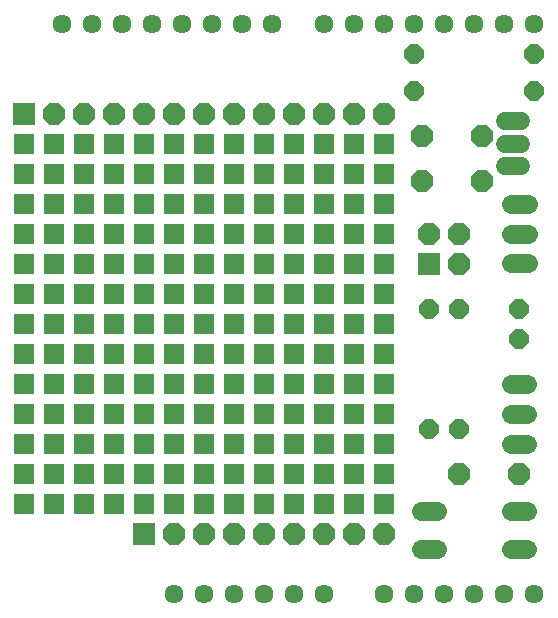
<source format=gbs>
G75*
G70*
%OFA0B0*%
%FSLAX24Y24*%
%IPPOS*%
%LPD*%
%AMOC8*
5,1,8,0,0,1.08239X$1,22.5*
%
%ADD10C,0.0635*%
%ADD11C,0.0640*%
%ADD12C,0.0596*%
%ADD13OC8,0.0640*%
%ADD14R,0.0720X0.0720*%
%ADD15OC8,0.0720*%
%ADD16OC8,0.0710*%
%ADD17R,0.0680X0.0680*%
D10*
X005681Y001343D03*
X006681Y001343D03*
X007681Y001343D03*
X008681Y001343D03*
X009681Y001343D03*
X010681Y001343D03*
X012681Y001343D03*
X013681Y001343D03*
X014681Y001343D03*
X015681Y001343D03*
X016681Y001343D03*
X017681Y001343D03*
X017681Y020343D03*
X016681Y020343D03*
X015681Y020343D03*
X014681Y020343D03*
X013681Y020343D03*
X012681Y020343D03*
X011681Y020343D03*
X010681Y020343D03*
X008931Y020343D03*
X007931Y020343D03*
X006931Y020343D03*
X005931Y020343D03*
X004931Y020343D03*
X003931Y020343D03*
X002931Y020343D03*
X001931Y020343D03*
D11*
X016912Y014326D02*
X017472Y014326D01*
X017472Y013342D02*
X016912Y013342D01*
X016912Y012358D02*
X017472Y012358D01*
X017461Y008343D02*
X016901Y008343D01*
X016901Y007343D02*
X017461Y007343D01*
X017461Y006343D02*
X016901Y006343D01*
X016901Y004093D02*
X017461Y004093D01*
X017461Y002843D02*
X016901Y002843D01*
X014461Y002843D02*
X013901Y002843D01*
X013901Y004093D02*
X014461Y004093D01*
D12*
X016723Y015591D02*
X017238Y015591D01*
X017238Y016343D02*
X016723Y016343D01*
X016723Y017091D02*
X017238Y017091D01*
D13*
X017681Y018093D03*
X017681Y019343D03*
X013681Y019343D03*
X013681Y018093D03*
X014181Y010843D03*
X015181Y010843D03*
X017181Y010843D03*
X017181Y009843D03*
X015181Y006843D03*
X014181Y006843D03*
D14*
X004681Y003343D03*
X014181Y012343D03*
X000681Y017343D03*
D15*
X001681Y017343D03*
X002681Y017343D03*
X003681Y017343D03*
X004681Y017343D03*
X005681Y017343D03*
X006681Y017343D03*
X007681Y017343D03*
X008681Y017343D03*
X009681Y017343D03*
X010681Y017343D03*
X011681Y017343D03*
X012681Y017343D03*
X014181Y013343D03*
X015181Y013343D03*
X015181Y012343D03*
X012681Y003343D03*
X011681Y003343D03*
X010681Y003343D03*
X009681Y003343D03*
X008681Y003343D03*
X007681Y003343D03*
X006681Y003343D03*
X005681Y003343D03*
D16*
X015181Y005343D03*
X017181Y005343D03*
X015931Y015093D03*
X013931Y015093D03*
X013931Y016593D03*
X015931Y016593D03*
D17*
X012681Y016343D03*
X011681Y016343D03*
X010681Y016343D03*
X009681Y016343D03*
X008681Y016343D03*
X007681Y016343D03*
X006681Y016343D03*
X005681Y016343D03*
X004681Y016343D03*
X003681Y016343D03*
X002681Y016343D03*
X001681Y016343D03*
X000681Y016343D03*
X000681Y015343D03*
X001681Y015343D03*
X002681Y015343D03*
X003681Y015343D03*
X004681Y015343D03*
X005681Y015343D03*
X006681Y015343D03*
X007681Y015343D03*
X008681Y015343D03*
X009681Y015343D03*
X010681Y015343D03*
X011681Y015343D03*
X012681Y015343D03*
X012681Y014343D03*
X011681Y014343D03*
X010681Y014343D03*
X009681Y014343D03*
X008681Y014343D03*
X007681Y014343D03*
X006681Y014343D03*
X005681Y014343D03*
X004681Y014343D03*
X003681Y014343D03*
X002681Y014343D03*
X001681Y014343D03*
X000681Y014343D03*
X000681Y013343D03*
X001681Y013343D03*
X002681Y013343D03*
X003681Y013343D03*
X004681Y013343D03*
X005681Y013343D03*
X006681Y013343D03*
X007681Y013343D03*
X008681Y013343D03*
X009681Y013343D03*
X010681Y013343D03*
X011681Y013343D03*
X012681Y013343D03*
X012681Y012343D03*
X011681Y012343D03*
X010681Y012343D03*
X009681Y012343D03*
X008681Y012343D03*
X007681Y012343D03*
X006681Y012343D03*
X005681Y012343D03*
X004681Y012343D03*
X003681Y012343D03*
X002681Y012343D03*
X001681Y012343D03*
X000681Y012343D03*
X000681Y011343D03*
X001681Y011343D03*
X002681Y011343D03*
X003681Y011343D03*
X004681Y011343D03*
X005681Y011343D03*
X006681Y011343D03*
X007681Y011343D03*
X008681Y011343D03*
X009681Y011343D03*
X010681Y011343D03*
X011681Y011343D03*
X012681Y011343D03*
X012681Y010343D03*
X011681Y010343D03*
X010681Y010343D03*
X009681Y010343D03*
X008681Y010343D03*
X007681Y010343D03*
X006681Y010343D03*
X005681Y010343D03*
X004681Y010343D03*
X003681Y010343D03*
X002681Y010343D03*
X001681Y010343D03*
X000681Y010343D03*
X000681Y009343D03*
X001681Y009343D03*
X002681Y009343D03*
X003681Y009343D03*
X004681Y009343D03*
X005681Y009343D03*
X006681Y009343D03*
X007681Y009343D03*
X008681Y009343D03*
X009681Y009343D03*
X010681Y009343D03*
X011681Y009343D03*
X012681Y009343D03*
X012681Y008343D03*
X011681Y008343D03*
X010681Y008343D03*
X009681Y008343D03*
X008681Y008343D03*
X007681Y008343D03*
X006681Y008343D03*
X005681Y008343D03*
X004681Y008343D03*
X003681Y008343D03*
X002681Y008343D03*
X001681Y008343D03*
X000681Y008343D03*
X000681Y007343D03*
X001681Y007343D03*
X002681Y007343D03*
X003681Y007343D03*
X004681Y007343D03*
X005681Y007343D03*
X006681Y007343D03*
X007681Y007343D03*
X008681Y007343D03*
X009681Y007343D03*
X010681Y007343D03*
X011681Y007343D03*
X012681Y007343D03*
X012681Y006343D03*
X011681Y006343D03*
X010681Y006343D03*
X009681Y006343D03*
X008681Y006343D03*
X007681Y006343D03*
X006681Y006343D03*
X005681Y006343D03*
X004681Y006343D03*
X003681Y006343D03*
X002681Y006343D03*
X001681Y006343D03*
X000681Y006343D03*
X000681Y005343D03*
X001681Y005343D03*
X002681Y005343D03*
X003681Y005343D03*
X004681Y005343D03*
X005681Y005343D03*
X006681Y005343D03*
X007681Y005343D03*
X008681Y005343D03*
X009681Y005343D03*
X010681Y005343D03*
X011681Y005343D03*
X012681Y005343D03*
X012681Y004343D03*
X011681Y004343D03*
X010681Y004343D03*
X009681Y004343D03*
X008681Y004343D03*
X007681Y004343D03*
X006681Y004343D03*
X005681Y004343D03*
X004681Y004343D03*
X003681Y004343D03*
X002681Y004343D03*
X001681Y004343D03*
X000681Y004343D03*
M02*

</source>
